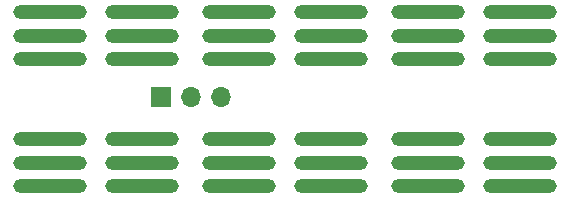
<source format=gbr>
%TF.GenerationSoftware,KiCad,Pcbnew,7.0.9*%
%TF.CreationDate,2025-07-28T09:11:42-04:00*%
%TF.ProjectId,bb8DomeNeopixels,62623844-6f6d-4654-9e65-6f706978656c,rev?*%
%TF.SameCoordinates,Original*%
%TF.FileFunction,Soldermask,Top*%
%TF.FilePolarity,Negative*%
%FSLAX46Y46*%
G04 Gerber Fmt 4.6, Leading zero omitted, Abs format (unit mm)*
G04 Created by KiCad (PCBNEW 7.0.9) date 2025-07-28 09:11:42*
%MOMM*%
%LPD*%
G01*
G04 APERTURE LIST*
G04 Aperture macros list*
%AMRoundRect*
0 Rectangle with rounded corners*
0 $1 Rounding radius*
0 $2 $3 $4 $5 $6 $7 $8 $9 X,Y pos of 4 corners*
0 Add a 4 corners polygon primitive as box body*
4,1,4,$2,$3,$4,$5,$6,$7,$8,$9,$2,$3,0*
0 Add four circle primitives for the rounded corners*
1,1,$1+$1,$2,$3*
1,1,$1+$1,$4,$5*
1,1,$1+$1,$6,$7*
1,1,$1+$1,$8,$9*
0 Add four rect primitives between the rounded corners*
20,1,$1+$1,$2,$3,$4,$5,0*
20,1,$1+$1,$4,$5,$6,$7,0*
20,1,$1+$1,$6,$7,$8,$9,0*
20,1,$1+$1,$8,$9,$2,$3,0*%
G04 Aperture macros list end*
%ADD10RoundRect,0.600000X-2.525000X0.000000X2.525000X0.000000X2.525000X0.000000X-2.525000X0.000000X0*%
%ADD11RoundRect,0.600000X2.525000X0.000000X-2.525000X0.000000X-2.525000X0.000000X2.525000X0.000000X0*%
%ADD12R,1.700000X1.700000*%
%ADD13O,1.700000X1.700000*%
G04 APERTURE END LIST*
D10*
%TO.C,U7*%
X136755000Y-72167500D03*
X136755000Y-74167500D03*
X136755000Y-76167500D03*
X144505000Y-72167500D03*
X144505000Y-74167500D03*
X144505000Y-76167500D03*
%TD*%
D11*
%TO.C,U5*%
X128505000Y-86917500D03*
X128505000Y-84917500D03*
X128505000Y-82917500D03*
X120755000Y-86917500D03*
X120755000Y-84917500D03*
X120755000Y-82917500D03*
%TD*%
D10*
%TO.C,U10*%
X152755000Y-72162500D03*
X152755000Y-74162500D03*
X152755000Y-76162500D03*
X160505000Y-72162500D03*
X160505000Y-74162500D03*
X160505000Y-76162500D03*
%TD*%
D11*
%TO.C,U11*%
X160505000Y-86912500D03*
X160505000Y-84912500D03*
X160505000Y-82912500D03*
X152755000Y-86912500D03*
X152755000Y-84912500D03*
X152755000Y-82912500D03*
%TD*%
%TO.C,U8*%
X144505000Y-86917500D03*
X144505000Y-84917500D03*
X144505000Y-82917500D03*
X136755000Y-86917500D03*
X136755000Y-84917500D03*
X136755000Y-82917500D03*
%TD*%
D10*
%TO.C,U4*%
X120755000Y-72167500D03*
X120755000Y-74167500D03*
X120755000Y-76167500D03*
X128505000Y-72167500D03*
X128505000Y-74167500D03*
X128505000Y-76167500D03*
%TD*%
D12*
%TO.C,J1*%
X130130000Y-79390000D03*
D13*
X132670000Y-79390000D03*
X135210000Y-79390000D03*
%TD*%
M02*

</source>
